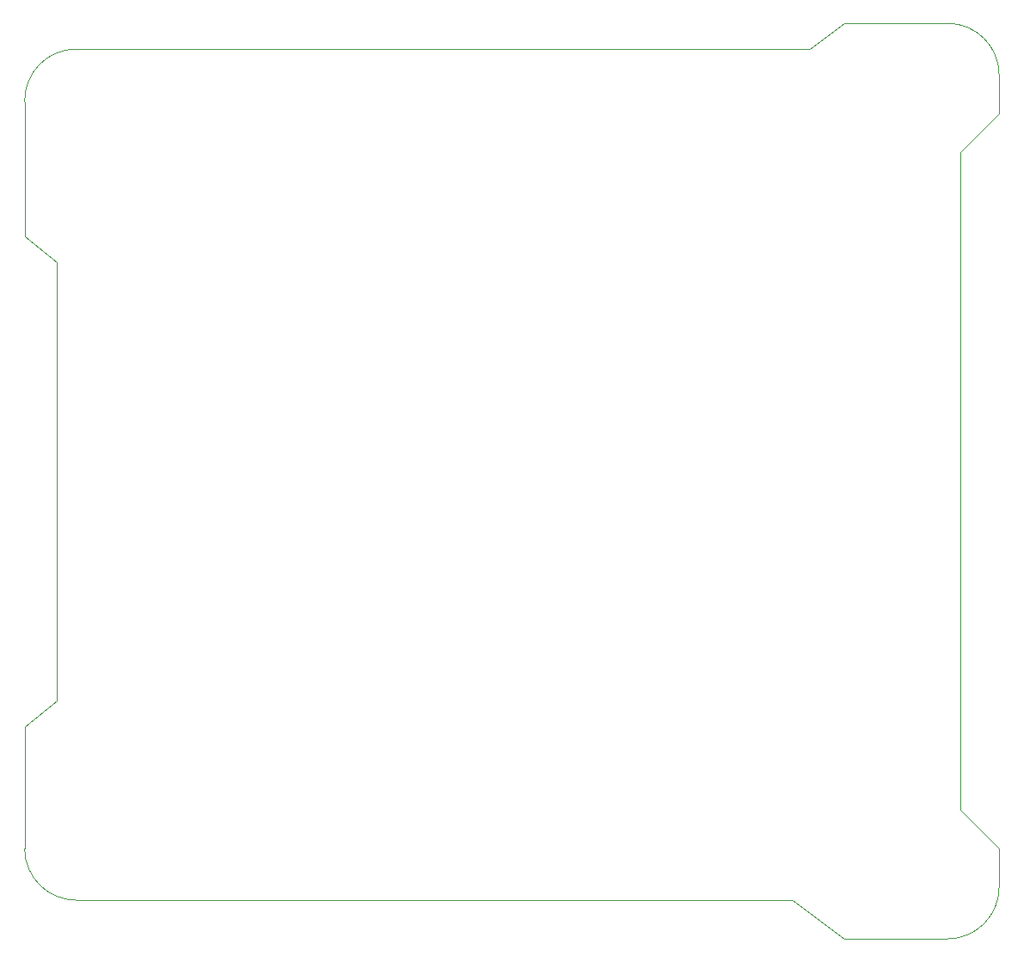
<source format=gbr>
%TF.GenerationSoftware,KiCad,Pcbnew,(6.0.0-rc1-155-g08cb573e11)*%
%TF.CreationDate,2021-12-21T18:41:38+09:00*%
%TF.ProjectId,ykts-payload,796b7473-2d70-4617-996c-6f61642e6b69,A1*%
%TF.SameCoordinates,Original*%
%TF.FileFunction,Profile,NP*%
%FSLAX46Y46*%
G04 Gerber Fmt 4.6, Leading zero omitted, Abs format (unit mm)*
G04 Created by KiCad (PCBNEW (6.0.0-rc1-155-g08cb573e11)) date 2021-12-21 18:41:38*
%MOMM*%
%LPD*%
G01*
G04 APERTURE LIST*
%TA.AperFunction,Profile*%
%ADD10C,0.050000*%
%TD*%
G04 APERTURE END LIST*
D10*
X88900000Y-80645000D02*
X88901587Y-67436960D01*
X184785000Y-68580000D02*
X184785000Y-64770000D01*
X179705000Y-149860000D02*
G75*
G03*
X184785000Y-144780000I-2J5080002D01*
G01*
X92075000Y-83185000D02*
X88900000Y-80645000D01*
X169545000Y-59690000D02*
X179705000Y-59690000D01*
X92075000Y-126365000D02*
X92075000Y-83185000D01*
X88900000Y-140970000D02*
G75*
G03*
X93980000Y-146050000I5080002J2D01*
G01*
X169545000Y-59690000D02*
X166116000Y-62230000D01*
X184785000Y-64770000D02*
G75*
G03*
X179705000Y-59690000I-5080002J-2D01*
G01*
X88900000Y-128905000D02*
X92075000Y-126365000D01*
X166116000Y-62230000D02*
X93980000Y-62230000D01*
X88900000Y-140970000D02*
X88900000Y-128905000D01*
X179705000Y-149860000D02*
X169545000Y-149860000D01*
X164465000Y-146050000D02*
X93980000Y-146050000D01*
X169545000Y-149860000D02*
X164465000Y-146050000D01*
X180975000Y-72390000D02*
X180975000Y-137160000D01*
X180975000Y-137160000D02*
X184785000Y-140970000D01*
X180975000Y-72390000D02*
X184785000Y-68580000D01*
X184785000Y-140970000D02*
X184785000Y-144780000D01*
X93980000Y-62230000D02*
G75*
G03*
X88901587Y-67436960I1J-5080001D01*
G01*
M02*

</source>
